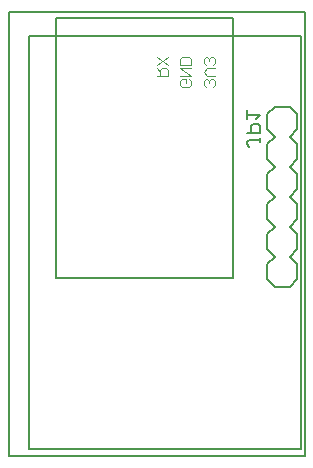
<source format=gbo>
G75*
%MOIN*%
%OFA0B0*%
%FSLAX24Y24*%
%IPPOS*%
%LPD*%
%AMOC8*
5,1,8,0,0,1.08239X$1,22.5*
%
%ADD10C,0.0080*%
%ADD11C,0.0050*%
%ADD12C,0.0030*%
D10*
X003400Y002400D02*
X013264Y002400D01*
X013264Y017194D01*
X003400Y017194D01*
X003400Y002400D01*
X012025Y008275D02*
X012275Y008025D01*
X012775Y008025D01*
X013025Y008275D01*
X013025Y008775D01*
X012775Y009025D01*
X013025Y009275D01*
X013025Y009775D01*
X012775Y010025D01*
X013025Y010275D01*
X013025Y010775D01*
X012775Y011025D01*
X013025Y011275D01*
X013025Y011775D01*
X012775Y012025D01*
X013025Y012275D01*
X013025Y012775D01*
X012775Y013025D01*
X013025Y013275D01*
X013025Y013775D01*
X012775Y014025D01*
X012275Y014025D01*
X012025Y013775D01*
X012025Y013275D01*
X012275Y013025D01*
X012025Y012775D01*
X012025Y012275D01*
X012275Y012025D01*
X012025Y011775D01*
X012025Y011275D01*
X012275Y011025D01*
X012025Y010775D01*
X012025Y010275D01*
X012275Y010025D01*
X012025Y009775D01*
X012025Y009275D01*
X012275Y009025D01*
X012025Y008775D01*
X012025Y008275D01*
D11*
X010879Y008310D02*
X004973Y008310D01*
X004973Y016972D01*
X010879Y016972D01*
X010879Y008310D01*
X011405Y012699D02*
X011330Y012774D01*
X011330Y012849D01*
X011405Y012924D01*
X011780Y012924D01*
X011780Y012849D02*
X011780Y012999D01*
X011780Y013159D02*
X011780Y013384D01*
X011705Y013459D01*
X011555Y013459D01*
X011480Y013384D01*
X011480Y013159D01*
X011330Y013159D02*
X011780Y013159D01*
X011630Y013620D02*
X011780Y013770D01*
X011330Y013770D01*
X011330Y013620D02*
X011330Y013920D01*
X013131Y016375D02*
X013131Y002635D01*
X004076Y002635D01*
X004076Y016375D01*
X013131Y016375D01*
D12*
X010274Y015623D02*
X010274Y015499D01*
X010212Y015437D01*
X010274Y015316D02*
X010027Y015316D01*
X009903Y015193D01*
X010027Y015069D01*
X010274Y015069D01*
X010212Y014948D02*
X010150Y014948D01*
X010088Y014886D01*
X010027Y014948D01*
X009965Y014948D01*
X009903Y014886D01*
X009903Y014763D01*
X009965Y014701D01*
X010088Y014824D02*
X010088Y014886D01*
X010212Y014948D02*
X010274Y014886D01*
X010274Y014763D01*
X010212Y014701D01*
X009486Y014763D02*
X009424Y014701D01*
X009178Y014701D01*
X009116Y014763D01*
X009116Y014886D01*
X009178Y014948D01*
X009301Y014948D01*
X009301Y014824D01*
X009424Y014948D02*
X009486Y014886D01*
X009486Y014763D01*
X009486Y015069D02*
X009116Y015069D01*
X009116Y015316D02*
X009486Y015316D01*
X009486Y015437D02*
X009116Y015437D01*
X009116Y015623D01*
X009178Y015684D01*
X009424Y015684D01*
X009486Y015623D01*
X009486Y015437D01*
X009486Y015069D02*
X009116Y015316D01*
X008699Y015254D02*
X008699Y015069D01*
X008328Y015069D01*
X008452Y015069D02*
X008452Y015254D01*
X008514Y015316D01*
X008637Y015316D01*
X008699Y015254D01*
X008699Y015437D02*
X008328Y015684D01*
X008328Y015437D02*
X008699Y015684D01*
X008328Y015316D02*
X008452Y015193D01*
X009903Y015499D02*
X009965Y015437D01*
X009903Y015499D02*
X009903Y015623D01*
X009965Y015684D01*
X010027Y015684D01*
X010088Y015623D01*
X010088Y015561D01*
X010088Y015623D02*
X010150Y015684D01*
X010212Y015684D01*
X010274Y015623D01*
M02*

</source>
